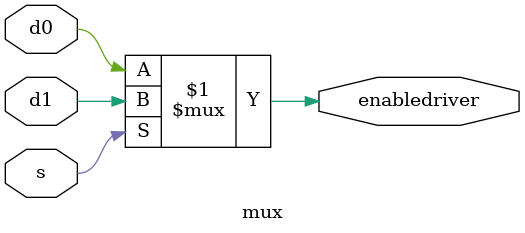
<source format=sv>
module mux(
    input logic d0,d1,
    input logic s,
    output logic enabledriver
    );
    assign enabledriver = s? d1:d0;

endmodule

</source>
